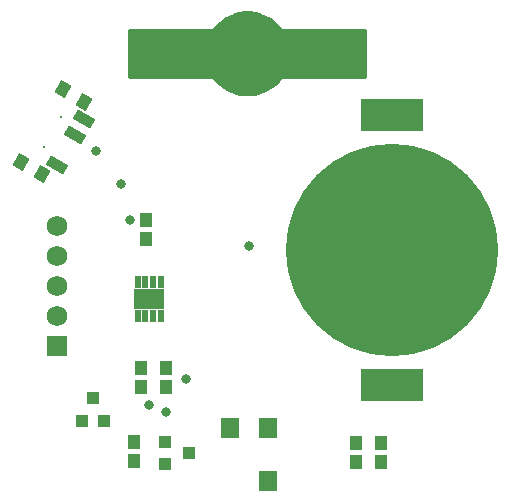
<source format=gbs>
G04*
G04 #@! TF.GenerationSoftware,Altium Limited,Altium Designer,18.0.12 (696)*
G04*
G04 Layer_Color=16711935*
%FSLAX25Y25*%
%MOIN*%
G70*
G01*
G75*
%ADD13R,0.03900X0.04600*%
%ADD14C,0.00800*%
%ADD15C,0.03200*%
%ADD34C,0.70800*%
%ADD35R,0.20800X0.10800*%
G04:AMPARAMS|DCode=36|XSize=47.37mil|YSize=39.5mil|CornerRadius=0mil|HoleSize=0mil|Usage=FLASHONLY|Rotation=60.000|XOffset=0mil|YOffset=0mil|HoleType=Round|Shape=Rectangle|*
%AMROTATEDRECTD36*
4,1,4,0.00526,-0.03039,-0.02895,-0.01064,-0.00526,0.03039,0.02895,0.01064,0.00526,-0.03039,0.0*
%
%ADD36ROTATEDRECTD36*%

G04:AMPARAMS|DCode=37|XSize=35.56mil|YSize=67.06mil|CornerRadius=0mil|HoleSize=0mil|Usage=FLASHONLY|Rotation=60.000|XOffset=0mil|YOffset=0mil|HoleType=Round|Shape=Rectangle|*
%AMROTATEDRECTD37*
4,1,4,0.02015,-0.03216,-0.03793,0.00137,-0.02015,0.03216,0.03793,-0.00137,0.02015,-0.03216,0.0*
%
%ADD37ROTATEDRECTD37*%

%ADD38R,0.06800X0.06800*%
%ADD39C,0.06800*%
%ADD40R,0.10249X0.07099*%
%ADD41R,0.02178X0.04147*%
%ADD42R,0.03950X0.04343*%
%ADD43R,0.05918X0.06706*%
%ADD44R,0.04343X0.03950*%
G36*
X562455Y309171D02*
X564246Y308935D01*
X564256Y308933D01*
X564296Y308925D01*
X566041Y308457D01*
X566069Y308448D01*
X566090Y308441D01*
X567759Y307750D01*
X567805Y307727D01*
X569369Y306823D01*
X569412Y306795D01*
X570845Y305695D01*
X570884Y305661D01*
X572161Y304384D01*
X572195Y304345D01*
X573021Y303269D01*
X600870D01*
X600922Y303265D01*
X600972Y303255D01*
X601021Y303239D01*
X601067Y303216D01*
X601110Y303187D01*
X601149Y303153D01*
X601183Y303114D01*
X601212Y303071D01*
X601235Y303025D01*
X601251Y302976D01*
X601261Y302925D01*
X601265Y302874D01*
Y287126D01*
X601261Y287074D01*
X601251Y287024D01*
X601235Y286975D01*
X601212Y286929D01*
X601183Y286886D01*
X601149Y286847D01*
X601110Y286813D01*
X601067Y286784D01*
X601021Y286761D01*
X600972Y286745D01*
X600922Y286735D01*
X600870Y286731D01*
X573021D01*
X572195Y285655D01*
X572161Y285616D01*
X570884Y284339D01*
X570845Y284305D01*
X569412Y283205D01*
X569369Y283176D01*
X567805Y282273D01*
X567790Y282266D01*
X567759Y282250D01*
X566090Y281559D01*
X566074Y281554D01*
X566041Y281543D01*
X564296Y281075D01*
X564266Y281069D01*
X564246Y281065D01*
X562455Y280829D01*
X562403Y280826D01*
X560597D01*
X560545Y280829D01*
X558754Y281065D01*
X558744Y281067D01*
X558704Y281075D01*
X556959Y281543D01*
X556931Y281552D01*
X556910Y281559D01*
X555241Y282250D01*
X555195Y282273D01*
X553631Y283176D01*
X553588Y283205D01*
X552155Y284305D01*
X552116Y284339D01*
X550839Y285616D01*
X550805Y285655D01*
X549979Y286731D01*
X522130D01*
X522078Y286735D01*
X522028Y286745D01*
X521979Y286761D01*
X521933Y286784D01*
X521890Y286813D01*
X521851Y286847D01*
X521817Y286886D01*
X521788Y286929D01*
X521765Y286975D01*
X521749Y287024D01*
X521739Y287074D01*
X521735Y287126D01*
Y302874D01*
X521739Y302925D01*
X521749Y302976D01*
X521765Y303025D01*
X521788Y303071D01*
X521817Y303114D01*
X521851Y303153D01*
X521890Y303187D01*
X521933Y303216D01*
X521979Y303239D01*
X522028Y303255D01*
X522078Y303265D01*
X522130Y303269D01*
X549979D01*
X550805Y304345D01*
X550839Y304384D01*
X552116Y305661D01*
X552155Y305695D01*
X553588Y306795D01*
X553631Y306823D01*
X555195Y307727D01*
X555210Y307734D01*
X555241Y307750D01*
X556910Y308441D01*
X556926Y308446D01*
X556959Y308457D01*
X558704Y308925D01*
X558732Y308930D01*
X558754Y308935D01*
X560545Y309171D01*
X560597Y309174D01*
X562403D01*
X562455Y309171D01*
D02*
G37*
D13*
X523500Y159300D02*
D03*
Y165700D02*
D03*
X527500Y239700D02*
D03*
Y233300D02*
D03*
X525925Y183800D02*
D03*
Y190200D02*
D03*
X534425Y183800D02*
D03*
Y190200D02*
D03*
X606000Y158800D02*
D03*
Y165200D02*
D03*
X597500Y158800D02*
D03*
Y165200D02*
D03*
D14*
X499453Y274114D02*
D03*
X493547Y263886D02*
D03*
D15*
X534229Y175457D02*
D03*
X540978Y186512D02*
D03*
X519271Y251500D02*
D03*
X510945Y262534D02*
D03*
X528500Y178000D02*
D03*
X522300Y239700D02*
D03*
X562000Y231000D02*
D03*
D34*
X609500Y229500D02*
D03*
D35*
Y274500D02*
D03*
Y184500D02*
D03*
D36*
X499908Y283171D02*
D03*
X485932Y258963D02*
D03*
X507068Y279037D02*
D03*
X493092Y254829D02*
D03*
D37*
X498038Y257884D02*
D03*
X503943Y268112D02*
D03*
X506896Y273227D02*
D03*
D38*
X498000Y197500D02*
D03*
D39*
Y207500D02*
D03*
Y217500D02*
D03*
Y227500D02*
D03*
Y237500D02*
D03*
D40*
X528661Y213291D02*
D03*
D41*
X532500Y207583D02*
D03*
X529941D02*
D03*
X527382D02*
D03*
X524823D02*
D03*
X532500Y219000D02*
D03*
X529941D02*
D03*
X527382D02*
D03*
X524823D02*
D03*
D42*
X506260Y172500D02*
D03*
X513740D02*
D03*
X510000Y180374D02*
D03*
D43*
X568299Y170358D02*
D03*
Y152642D02*
D03*
X555701Y170358D02*
D03*
D44*
X534063Y165740D02*
D03*
Y158260D02*
D03*
X541937Y162000D02*
D03*
M02*

</source>
